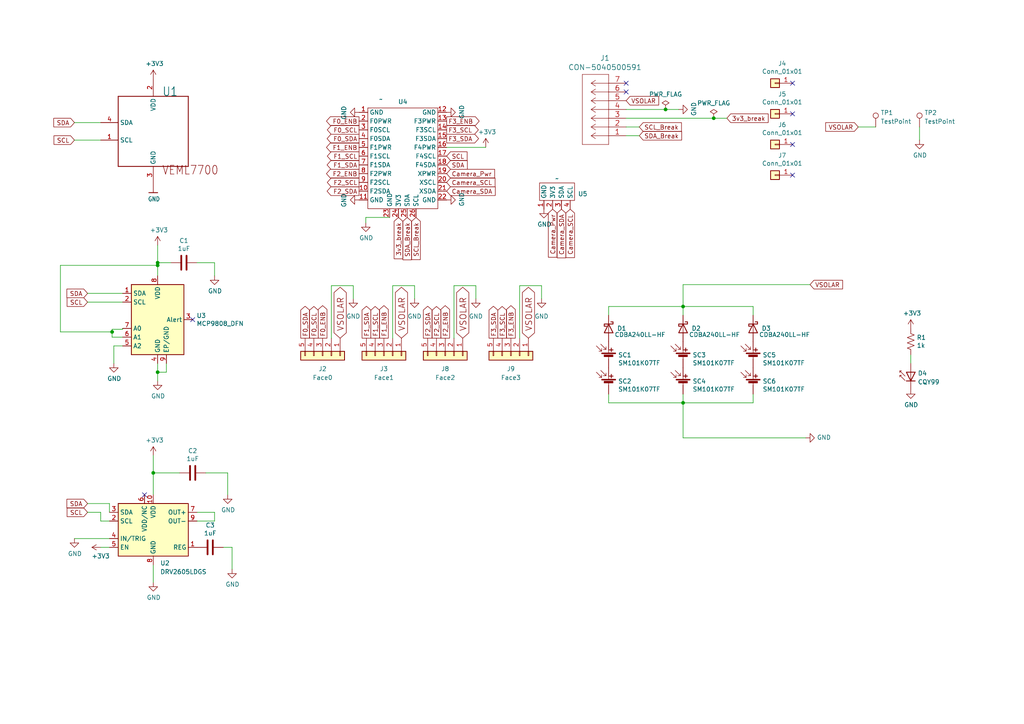
<source format=kicad_sch>
(kicad_sch (version 20230121) (generator eeschema)
  (paper "A4")
  (title_block (title "Solar Panel Board -Z") (date "2023-03-20") (rev "V3") (company "CPP BroncoSpace"))
  (lib_symbols
    (symbol "Adafruit VEML7700-eagle-import:GND" (power)
      (property "Value" "GND" (at -1.524 -2.54 0))
      (symbol "GND_1_0"
        (polyline (pts (xy -1.27 0) (xy 1.27 0)) (stroke (width 0.254)))
        (pin power_in line (at 0 2.54 270) (length 2.54) (name "GND") (number "1"))
      )
    )
    (symbol "Adafruit VEML7700-eagle-import:VEML7700"
      (property "Reference" "IC" (at 2.54 10.16 0))
      (symbol "VEML7700_1_0"
        (polyline (pts (xy -10.16 -10.16) (xy -10.16 10.16)) (stroke (width 0.254)))
        (polyline (pts (xy -10.16 10.16) (xy 10.16 10.16)) (stroke (width 0.254)))
        (polyline (pts (xy 10.16 -10.16) (xy -10.16 -10.16)) (stroke (width 0.254)))
        (polyline (pts (xy 10.16 10.16) (xy 10.16 -10.16)) (stroke (width 0.254)))
        (text "VEML7700" (at 2.54 -12.7 0) (effects (font (size 2.54 2.159)) (justify left bottom)))
        (pin bidirectional line (at -15.24 -2.54 0) (length 5.08) (name "SCL") (number "1"))
        (pin power_in line (at 0 15.24 270) (length 5.08) (name "VDD") (number "2"))
        (pin power_in line (at 0 -15.24 90) (length 5.08) (name "GND") (number "3"))
        (pin bidirectional line (at -15.24 2.54 0) (length 5.08) (name "SDA") (number "4"))
      )
    )
    (symbol "Connector:TestPoint" (pin_numbers hide) (pin_names (offset 0.762) hide)
      (property "Reference" "TP" (at 0 6.858 0))
      (property "Value" "TestPoint" (at 0 5.08 0))
      (symbol "TestPoint_0_1"
        (circle (center 0 3.302) (radius 0.762))
      )
      (symbol "TestPoint_1_1"
        (pin passive line (at 0 0 90) (length 2.54) (name "1") (number "1"))
      )
    )
    (symbol "Connector_Generic:Conn_01x01" (pin_names (offset 1.016) hide)
      (property "Reference" "J" (at 0 2.54 0))
      (property "Value" "Conn_01x01" (at 0 -2.54 0))
      (symbol "Conn_01x01_1_1"
        (rectangle (start -1.27 0.127) (end 0 -0.127) (stroke (width 0.1524)))
        (rectangle (start -1.27 1.27) (end 1.27 -1.27) (stroke (width 0.254)) (fill (type background)))
        (pin passive line (at -5.08 0 0) (length 3.81) (name "Pin_1") (number "1"))
      )
    )
    (symbol "Device:C" (pin_numbers hide) (pin_names (offset 0.254))
      (property "Reference" "C" (at 0.635 2.54 0))
      (property "Value" "C" (at 0.635 -2.54 0))
      (symbol "C_0_1"
        (polyline (pts (xy -2.032 -0.762) (xy 2.032 -0.762)) (stroke (width 0.508)))
        (polyline (pts (xy -2.032 0.762) (xy 2.032 0.762)) (stroke (width 0.508)))
      )
      (symbol "C_1_1"
        (pin passive line (at 0 3.81 270) (length 2.794) (name "~") (number "1"))
        (pin passive line (at 0 -3.81 90) (length 2.794) (name "~") (number "2"))
      )
    )
    (symbol "Device:D_Schottky" (pin_numbers hide) (pin_names (offset 1.016) hide)
      (property "Reference" "D" (at 0 2.54 0))
      (property "Value" "D_Schottky" (at 0 -2.54 0))
      (symbol "D_Schottky_0_1"
        (polyline (pts (xy 1.27 0) (xy -1.27 0)))
        (polyline (pts (xy 1.27 1.27) (xy 1.27 -1.27) (xy -1.27 0) (xy 1.27 1.27)) (stroke (width 0.254)))
        (polyline (pts (xy -1.905 0.635) (xy -1.905 1.27) (xy -1.27 1.27) (xy -1.27 -1.27) (xy -0.635 -1.27) (xy -0.635 -0.635)) (stroke (width 0.254)))
      )
      (symbol "D_Schottky_1_1"
        (pin passive line (at -3.81 0 0) (length 2.54) (name "K") (number "1"))
        (pin passive line (at 3.81 0 180) (length 2.54) (name "A") (number "2"))
      )
    )
    (symbol "Device:R_US" (pin_numbers hide) (pin_names (offset 0))
      (property "Reference" "R" (at 2.54 0 90))
      (property "Value" "R_US" (at -2.54 0 90))
      (symbol "R_US_0_1"
        (polyline (pts (xy 0 -2.286) (xy 0 -2.54)))
        (polyline (pts (xy 0 2.286) (xy 0 2.54)))
        (polyline (pts (xy 0 -0.762) (xy 1.016 -1.143) (xy 0 -1.524) (xy -1.016 -1.905) (xy 0 -2.286)))
        (polyline (pts (xy 0 0.762) (xy 1.016 0.381) (xy 0 0) (xy -1.016 -0.381) (xy 0 -0.762)))
        (polyline (pts (xy 0 2.286) (xy 1.016 1.905) (xy 0 1.524) (xy -1.016 1.143) (xy 0 0.762)))
      )
      (symbol "R_US_1_1"
        (pin passive line (at 0 3.81 270) (length 1.27) (name "~") (number "1"))
        (pin passive line (at 0 -3.81 90) (length 1.27) (name "~") (number "2"))
      )
    )
    (symbol "Device:Solar_Cell" (pin_numbers hide) (pin_names (offset 0) hide)
      (property "Reference" "SC" (at 2.54 2.54 0))
      (property "Value" "Solar_Cell" (at 2.54 0 0))
      (symbol "Solar_Cell_0_1"
        (rectangle (start -2.032 1.778) (end 2.032 1.524) (fill (type outline)))
        (rectangle (start -1.3208 1.1938) (end 1.27 0.6858) (fill (type outline)))
        (polyline (pts (xy -2.032 2.286) (xy -3.556 3.81)))
        (polyline (pts (xy -0.762 2.794) (xy -2.286 4.318)))
        (polyline (pts (xy 0 0.762) (xy 0 0)))
        (polyline (pts (xy 0 1.778) (xy 0 2.54)))
        (polyline (pts (xy 0.254 2.667) (xy 1.27 2.667)) (stroke (width 0.254)))
        (polyline (pts (xy 0.762 3.175) (xy 0.762 2.159)) (stroke (width 0.254)))
        (polyline (pts (xy -2.032 3.048) (xy -2.032 2.286) (xy -2.794 2.286)))
        (polyline (pts (xy -0.762 3.556) (xy -0.762 2.794) (xy -1.524 2.794)))
      )
      (symbol "Solar_Cell_1_1"
        (pin passive line (at 0 5.08 270) (length 2.54) (name "+") (number "1"))
        (pin passive line (at 0 -2.54 90) (length 2.54) (name "-") (number "2"))
      )
    )
    (symbol "Driver_Haptic:DRV2605LDGS"
      (property "Reference" "U" (at -10.16 8.255 0))
      (property "Value" "DRV2605LDGS" (at 2.54 -8.89 0))
      (symbol "DRV2605LDGS_0_1"
        (rectangle (start -10.16 7.62) (end 10.16 -7.62) (stroke (width 0.254)) (fill (type background)))
      )
      (symbol "DRV2605LDGS_1_1"
        (pin passive line (at 12.7 -5.08 180) (length 2.54) (name "REG") (number "1"))
        (pin power_in line (at 0 10.16 270) (length 2.54) (name "VDD") (number "10"))
        (pin input line (at -12.7 2.54 0) (length 2.54) (name "SCL") (number "2"))
        (pin bidirectional line (at -12.7 5.08 0) (length 2.54) (name "SDA") (number "3"))
        (pin input line (at -12.7 -2.54 0) (length 2.54) (name "IN/TRIG") (number "4"))
        (pin input line (at -12.7 -5.08 0) (length 2.54) (name "EN") (number "5"))
        (pin power_in line (at -2.54 10.16 270) (length 2.54) (name "VDD/NC") (number "6"))
        (pin output line (at 12.7 5.08 180) (length 2.54) (name "OUT+") (number "7"))
        (pin power_in line (at 0 -10.16 90) (length 2.54) (name "GND") (number "8"))
        (pin output line (at 12.7 2.54 180) (length 2.54) (name "OUT-") (number "9"))
      )
    )
    (symbol "LED:CQY99" (pin_numbers hide) (pin_names (offset 1.016) hide)
      (property "Reference" "D" (at 0.508 1.778 0))
      (property "Value" "CQY99" (at -1.016 -2.794 0))
      (symbol "CQY99_0_1"
        (polyline (pts (xy -2.54 1.27) (xy -2.54 -1.27)) (stroke (width 0.254)))
        (polyline (pts (xy 0 0) (xy -2.54 0)))
        (polyline (pts (xy 0.381 3.175) (xy -0.127 3.175)))
        (polyline (pts (xy -1.143 1.651) (xy 0.381 3.175) (xy 0.381 2.667)))
        (polyline (pts (xy 0 -1.27) (xy -2.54 0) (xy 0 1.27) (xy 0 -1.27)) (stroke (width 0.254)))
        (polyline (pts (xy -2.413 1.651) (xy -0.889 3.175) (xy -0.889 2.667) (xy -0.889 3.175) (xy -1.397 3.175)))
      )
      (symbol "CQY99_1_1"
        (pin passive line (at -5.08 0 0) (length 2.54) (name "K") (number "1"))
        (pin passive line (at 2.54 0 180) (length 2.54) (name "A") (number "2"))
      )
    )
    (symbol "Max_Lib:Connector_Generic_Conn_01x05" (pin_names (offset 1.016) hide)
      (property "Reference" "J" (at 0 7.62 0))
      (property "Value" "Connector_Generic_Conn_01x05" (at 0 -7.62 0))
      (symbol "Connector_Generic_Conn_01x05_1_1"
        (rectangle (start -1.27 -4.953) (end 0 -5.207) (stroke (width 0.1524)))
        (rectangle (start -1.27 -2.413) (end 0 -2.667) (stroke (width 0.1524)))
        (rectangle (start -1.27 0.127) (end 0 -0.127) (stroke (width 0.1524)))
        (rectangle (start -1.27 2.667) (end 0 2.413) (stroke (width 0.1524)))
        (rectangle (start -1.27 5.207) (end 0 4.953) (stroke (width 0.1524)))
        (rectangle (start -1.27 6.35) (end 1.27 -6.35) (stroke (width 0.254)) (fill (type background)))
        (pin passive line (at -5.08 5.08 0) (length 3.81) (name "Pin_1") (number "1"))
        (pin passive line (at -5.08 2.54 0) (length 3.81) (name "Pin_2") (number "2"))
        (pin passive line (at -5.08 0 0) (length 3.81) (name "Pin_3") (number "3"))
        (pin passive line (at -5.08 -2.54 0) (length 3.81) (name "Pin_4") (number "4"))
        (pin passive line (at -5.08 -5.08 0) (length 3.81) (name "Pin_5") (number "5"))
      )
    )
    (symbol "Sensor_Temperature:MCP9808_DFN"
      (property "Reference" "U" (at -6.35 11.43 0))
      (property "Value" "MCP9808_DFN" (at 10.16 11.43 0))
      (symbol "MCP9808_DFN_0_1"
        (rectangle (start -7.62 10.16) (end 7.62 -10.16) (stroke (width 0.254)) (fill (type background)))
      )
      (symbol "MCP9808_DFN_1_1"
        (pin bidirectional line (at -10.16 7.62 0) (length 2.54) (name "SDA") (number "1"))
        (pin input line (at -10.16 5.08 0) (length 2.54) (name "SCL") (number "2"))
        (pin output line (at 10.16 0 180) (length 2.54) (name "Alert") (number "3"))
        (pin power_in line (at 0 -12.7 90) (length 2.54) (name "GND") (number "4"))
        (pin input line (at -10.16 -7.62 0) (length 2.54) (name "A2") (number "5"))
        (pin input line (at -10.16 -5.08 0) (length 2.54) (name "A1") (number "6"))
        (pin input line (at -10.16 -2.54 0) (length 2.54) (name "A0") (number "7"))
        (pin power_in line (at 0 12.7 270) (length 2.54) (name "VDD") (number "8"))
        (pin power_in line (at 2.54 -12.7 90) (length 2.54) (name "EP/GND") (number "9"))
      )
    )
    (symbol "camera_daughter:camera_daughter"
      (property "Reference" "U" (at 0 0 0))
      (symbol "camera_daughter_0_1"
        (rectangle (start -5.08 -1.27) (end 5.08 -6.35))
      )
      (symbol "camera_daughter_1_1"
        (pin input line (at -3.81 -8.89 90) (length 2.54) (name "GND") (number "1"))
        (pin input line (at -1.27 -8.89 90) (length 2.54) (name "3V3") (number "2"))
        (pin input line (at 1.27 -8.89 90) (length 2.54) (name "SDA") (number "3"))
        (pin input line (at 3.81 -8.89 90) (length 2.54) (name "SCL") (number "4"))
      )
    )
    (symbol "mux_driver:mux_driver_v1"
      (property "Reference" "U" (at 0 15.24 0))
      (symbol "mux_driver_v1_0_0"
        (text "" (at -6.35 -11.43 0) (effects (font (size 1.27 1.27))))
        (text "" (at 6.35 -11.43 0) (effects (font (size 1.27 1.27))))
      )
      (symbol "mux_driver_v1_1_1"
        (rectangle (start -10.16 13.97) (end 10.16 -15.24))
        (pin input line (at -12.7 12.7 0) (length 2.54) (name "GND") (number "1"))
        (pin input line (at -12.7 -10.16 0) (length 2.54) (name "F2SDA") (number "10"))
        (pin input line (at -12.7 -12.7 0) (length 2.54) (name "GND") (number "11"))
        (pin input line (at 12.7 12.7 180) (length 2.54) (name "GND") (number "12"))
        (pin input line (at 12.7 10.16 180) (length 2.54) (name "F3PWR") (number "13"))
        (pin input line (at 12.7 7.62 180) (length 2.54) (name "F3SCL") (number "14"))
        (pin input line (at 12.7 5.08 180) (length 2.54) (name "F3SDA") (number "15"))
        (pin input line (at 12.7 2.54 180) (length 2.54) (name "F4PWR") (number "16"))
        (pin input line (at 12.7 0 180) (length 2.54) (name "F4SCL") (number "17"))
        (pin input line (at 12.7 -2.54 180) (length 2.54) (name "F4SDA") (number "18"))
        (pin input line (at 12.7 -5.08 180) (length 2.54) (name "XPWR") (number "19"))
        (pin input line (at -12.7 10.16 0) (length 2.54) (name "F0PWR") (number "2"))
        (pin input line (at 12.7 -7.62 180) (length 2.54) (name "XSCL") (number "20"))
        (pin input line (at 12.7 -10.16 180) (length 2.54) (name "XSDA") (number "21"))
        (pin input line (at 12.7 -12.7 180) (length 2.54) (name "GND") (number "22"))
        (pin input line (at -3.81 -17.78 90) (length 2.54) (name "GND") (number "23"))
        (pin input line (at -1.27 -17.78 90) (length 2.54) (name "3V3") (number "24"))
        (pin input line (at 1.27 -17.78 90) (length 2.54) (name "SDA") (number "25"))
        (pin input line (at 3.81 -17.78 90) (length 2.54) (name "SCL") (number "26"))
        (pin input line (at -12.7 7.62 0) (length 2.54) (name "F0SCL") (number "3"))
        (pin input line (at -12.7 5.08 0) (length 2.54) (name "F0SDA") (number "4"))
        (pin input line (at -12.7 2.54 0) (length 2.54) (name "F1PWR") (number "5"))
        (pin input line (at -12.7 0 0) (length 2.54) (name "F1SCL") (number "6"))
        (pin input line (at -12.7 -2.54 0) (length 2.54) (name "F1SDA") (number "7"))
        (pin input line (at -12.7 -5.08 0) (length 2.54) (name "F2PWR") (number "8"))
        (pin input line (at -12.7 -7.62 0) (length 2.54) (name "F2SCL") (number "9"))
      )
    )
    (symbol "power:GND" (power) (pin_names (offset 0))
      (property "Value" "GND" (at 0 -3.81 0))
      (symbol "GND_0_1"
        (polyline (pts (xy 0 0) (xy 0 -1.27) (xy 1.27 -1.27) (xy 0 -2.54) (xy -1.27 -1.27) (xy 0 -1.27)))
      )
      (symbol "GND_1_1"
        (pin power_in line (at 0 0 270) (length 0) hide (name "GND") (number "1"))
      )
    )
    (symbol "power:PWR_FLAG" (power) (pin_numbers hide) (pin_names (offset 0) hide)
      (property "Value" "PWR_FLAG" (at 0 3.81 0))
      (symbol "PWR_FLAG_0_0"
        (pin power_out line (at 0 0 90) (length 0) (name "pwr") (number "1"))
      )
      (symbol "PWR_FLAG_0_1"
        (polyline (pts (xy 0 0) (xy 0 1.27) (xy -1.016 1.905) (xy 0 2.54) (xy 1.016 1.905) (xy 0 1.27)))
      )
    )
    (symbol "solar-panel-side-Z-rescue:+3.3V-power" (power) (pin_names (offset 0))
      (property "Value" "+3.3V-power" (at 0 3.556 0))
      (symbol "+3.3V-power_0_1"
        (polyline (pts (xy -0.762 1.27) (xy 0 2.54)))
        (polyline (pts (xy 0 0) (xy 0 2.54)))
        (polyline (pts (xy 0 2.54) (xy 0.762 1.27)))
      )
      (symbol "+3.3V-power_1_1"
        (pin power_in line (at 0 0 90) (length 0) hide (name "+3V3") (number "1"))
      )
    )
    (symbol "solar-panel-side-Z-rescue:CON-5040500591-ExtraComponents" (pin_names (offset 0.254) hide)
      (property "Reference" "J" (at 8.89 6.35 0))
      (property "Value" "CON-5040500591-ExtraComponents" (at 10.16 -7.62 0))
      (symbol "CON-5040500591-ExtraComponents_1_1"
        (polyline (pts (xy 5.08 -17.78) (xy 12.7 -17.78)) (stroke (width 0.127)))
        (polyline (pts (xy 5.08 2.54) (xy 5.08 -17.78)) (stroke (width 0.127)))
        (polyline (pts (xy 10.16 -15.24) (xy 5.08 -15.24)) (stroke (width 0.127)))
        (polyline (pts (xy 10.16 -15.24) (xy 8.89 -16.0782)) (stroke (width 0.127)))
        (polyline (pts (xy 10.16 -15.24) (xy 8.89 -14.4018)) (stroke (width 0.127)))
        (polyline (pts (xy 10.16 -12.7) (xy 5.08 -12.7)) (stroke (width 0.127)))
        (polyline (pts (xy 10.16 -12.7) (xy 8.89 -13.5382)) (stroke (width 0.127)))
        (polyline (pts (xy 10.16 -12.7) (xy 8.89 -11.8618)) (stroke (width 0.127)))
        (polyline (pts (xy 10.16 -10.16) (xy 5.08 -10.16)) (stroke (width 0.127)))
        (polyline (pts (xy 10.16 -10.16) (xy 8.89 -10.9982)) (stroke (width 0.127)))
        (polyline (pts (xy 10.16 -10.16) (xy 8.89 -9.3218)) (stroke (width 0.127)))
        (polyline (pts (xy 10.16 -7.62) (xy 5.08 -7.62)) (stroke (width 0.127)))
        (polyline (pts (xy 10.16 -7.62) (xy 8.89 -8.4582)) (stroke (width 0.127)))
        (polyline (pts (xy 10.16 -7.62) (xy 8.89 -6.7818)) (stroke (width 0.127)))
        (polyline (pts (xy 10.16 -5.08) (xy 5.08 -5.08)) (stroke (width 0.127)))
        (polyline (pts (xy 10.16 -5.08) (xy 8.89 -5.9182)) (stroke (width 0.127)))
        (polyline (pts (xy 10.16 -5.08) (xy 8.89 -4.2418)) (stroke (width 0.127)))
        (polyline (pts (xy 10.16 -2.54) (xy 5.08 -2.54)) (stroke (width 0.127)))
        (polyline (pts (xy 10.16 -2.54) (xy 8.89 -3.3782)) (stroke (width 0.127)))
        (polyline (pts (xy 10.16 -2.54) (xy 8.89 -1.7018)) (stroke (width 0.127)))
        (polyline (pts (xy 10.16 0) (xy 5.08 0)) (stroke (width 0.127)))
        (polyline (pts (xy 10.16 0) (xy 8.89 -0.8382)) (stroke (width 0.127)))
        (polyline (pts (xy 10.16 0) (xy 8.89 0.8382)) (stroke (width 0.127)))
        (polyline (pts (xy 12.7 -17.78) (xy 12.7 2.54)) (stroke (width 0.127)))
        (polyline (pts (xy 12.7 2.54) (xy 5.08 2.54)) (stroke (width 0.127)))
        (pin unspecified line (at 0 0 0) (length 5.08) (name "1") (number "1"))
        (pin unspecified line (at 0 -2.54 0) (length 5.08) (name "2") (number "2"))
        (pin unspecified line (at 0 -5.08 0) (length 5.08) (name "3") (number "3"))
        (pin unspecified line (at 0 -7.62 0) (length 5.08) (name "4") (number "4"))
        (pin unspecified line (at 0 -10.16 0) (length 5.08) (name "5") (number "5"))
        (pin unspecified line (at 0 -12.7 0) (length 5.08) (name "6") (number "6"))
        (pin unspecified line (at 0 -15.24 0) (length 5.08) (name "7") (number "7"))
      )
    )
  )
  (junction (at 45.72 107.95))
  (junction (at 32.512 96.266))
  (junction (at 44.45 137.16))
  (junction (at 198.12 88.9))
  (junction (at 198.12 116.84))
  (junction (at 193.04 31.75))
  (junction (at 45.72 76.2))
  (junction (at 207.01 34.29))
  (junction (at 45.72 76.962))
  (no_connect (at 181.61 24.13))
  (no_connect (at 229.87 41.91))
  (no_connect (at 229.87 33.02))
  (no_connect (at 41.91 143.51))
  (no_connect (at 55.88 92.71))
  (no_connect (at 181.61 26.67))
  (no_connect (at 229.87 24.13))
  (no_connect (at 229.87 50.8))
  (wire (pts (xy 25.4 87.63) (xy 35.56 87.63)))
  (wire (pts (xy 157.0736 82.8548) (xy 150.7236 82.8548)))
  (wire (pts (xy 198.12 82.55) (xy 234.95 82.55)))
  (wire (pts (xy 48.26 107.95) (xy 45.72 107.95)))
  (wire (pts (xy 32.512 95.504) (xy 35.56 95.504)))
  (wire (pts (xy 106.0958 63.0682) (xy 113.03 63.0682)))
  (wire (pts (xy 181.61 34.29) (xy 207.01 34.29)))
  (wire (pts (xy 181.61 36.83) (xy 185.42 36.83)))
  (wire (pts (xy 29.21 148.59) (xy 29.21 151.13)))
  (wire (pts (xy 44.45 137.16) (xy 44.45 143.51)))
  (wire (pts (xy 140.8938 42.672) (xy 140.8684 42.672)))
  (wire (pts (xy 31.75 146.05) (xy 31.75 148.59)))
  (wire (pts (xy 62.23 76.2) (xy 62.23 80.01)))
  (wire (pts (xy 198.12 116.84) (xy 218.44 116.84)))
  (wire (pts (xy 120.2436 86.6648) (xy 120.2436 82.8548)))
  (wire (pts (xy 140.8684 42.7482) (xy 129.54 42.7482)))
  (wire (pts (xy 45.72 76.2) (xy 45.72 76.962)))
  (wire (pts (xy 17.526 76.962) (xy 17.526 96.266)))
  (wire (pts (xy 254 36.83) (xy 248.92 36.83)))
  (wire (pts (xy 48.26 105.41) (xy 48.26 107.95)))
  (wire (pts (xy 44.45 163.83) (xy 44.45 168.91)))
  (wire (pts (xy 45.72 76.962) (xy 17.526 76.962)))
  (wire (pts (xy 29.21 35.56) (xy 21.59 35.56)))
  (wire (pts (xy 198.12 91.44) (xy 198.12 88.9)))
  (wire (pts (xy 32.512 96.266) (xy 32.512 95.504)))
  (wire (pts (xy 57.15 151.13) (xy 62.23 151.13)))
  (wire (pts (xy 198.12 88.9) (xy 218.44 88.9)))
  (wire (pts (xy 25.4 85.09) (xy 35.56 85.09)))
  (wire (pts (xy 57.15 148.59) (xy 62.23 148.59)))
  (wire (pts (xy 35.56 97.79) (xy 32.512 97.79)))
  (wire (pts (xy 140.8684 42.672) (xy 140.8684 42.7482)))
  (wire (pts (xy 102.4636 86.6648) (xy 102.4636 82.8548)))
  (wire (pts (xy 25.4 148.59) (xy 29.21 148.59)))
  (wire (pts (xy 45.72 76.2) (xy 49.53 76.2)))
  (wire (pts (xy 45.72 107.95) (xy 45.72 110.49)))
  (wire (pts (xy 21.59 40.64) (xy 29.21 40.64)))
  (wire (pts (xy 181.61 31.75) (xy 193.04 31.75)))
  (wire (pts (xy 193.04 31.75) (xy 196.85 31.75)))
  (wire (pts (xy 198.12 127) (xy 233.68 127)))
  (wire (pts (xy 176.53 88.9) (xy 198.12 88.9)))
  (wire (pts (xy 131.6736 98.0948) (xy 131.6736 82.8548)))
  (wire (pts (xy 113.8936 82.8548) (xy 113.8936 98.0948)))
  (wire (pts (xy 29.21 158.75) (xy 31.75 158.75)))
  (wire (pts (xy 45.72 76.962) (xy 45.72 80.01)))
  (wire (pts (xy 25.4 146.05) (xy 31.75 146.05)))
  (wire (pts (xy 198.12 127) (xy 198.12 116.84)))
  (wire (pts (xy 131.6736 82.8548) (xy 138.0236 82.8548)))
  (wire (pts (xy 44.45 137.16) (xy 52.07 137.16)))
  (wire (pts (xy 176.53 116.84) (xy 198.12 116.84)))
  (wire (pts (xy 45.72 71.12) (xy 45.72 76.2)))
  (wire (pts (xy 198.12 116.84) (xy 198.12 114.3)))
  (wire (pts (xy 59.69 137.16) (xy 66.04 137.16)))
  (wire (pts (xy 181.61 39.37) (xy 185.42 39.37)))
  (wire (pts (xy 150.7236 82.8548) (xy 150.7236 98.0948)))
  (wire (pts (xy 120.2436 82.8548) (xy 113.8936 82.8548)))
  (wire (pts (xy 66.04 137.16) (xy 66.04 143.51)))
  (wire (pts (xy 29.21 151.13) (xy 31.75 151.13)))
  (wire (pts (xy 17.526 96.266) (xy 32.512 96.266)))
  (wire (pts (xy 64.77 158.75) (xy 67.31 158.75)))
  (wire (pts (xy 207.01 34.29) (xy 210.82 34.29)))
  (wire (pts (xy 176.53 88.9) (xy 176.53 91.44)))
  (wire (pts (xy 198.12 88.9) (xy 198.12 82.55)))
  (wire (pts (xy 218.44 116.84) (xy 218.44 114.3)))
  (wire (pts (xy 96.1136 82.8548) (xy 96.1136 98.0948)))
  (wire (pts (xy 62.23 151.13) (xy 62.23 148.59)))
  (wire (pts (xy 264.16 105.41) (xy 264.16 102.87)))
  (wire (pts (xy 44.45 132.08) (xy 44.45 137.16)))
  (wire (pts (xy 218.44 91.44) (xy 218.44 88.9)))
  (wire (pts (xy 138.0236 82.8548) (xy 138.0236 86.6648)))
  (wire (pts (xy 35.56 95.504) (xy 35.56 95.25)))
  (wire (pts (xy 21.59 156.21) (xy 31.75 156.21)))
  (wire (pts (xy 106.0958 64.6176) (xy 106.0958 63.0682)))
  (wire (pts (xy 32.512 97.79) (xy 32.512 96.266)))
  (wire (pts (xy 67.31 158.75) (xy 67.31 165.1)))
  (wire (pts (xy 33.02 100.33) (xy 33.02 105.41)))
  (wire (pts (xy 45.72 105.41) (xy 45.72 107.95)))
  (wire (pts (xy 102.4636 82.8548) (xy 96.1136 82.8548)))
  (wire (pts (xy 35.56 100.33) (xy 33.02 100.33)))
  (wire (pts (xy 157.0736 86.6648) (xy 157.0736 82.8548)))
  (wire (pts (xy 57.15 76.2) (xy 62.23 76.2)))
  (wire (pts (xy 266.7 36.83) (xy 266.7 40.64)))
  (wire (pts (xy 176.53 116.84) (xy 176.53 114.3)))
  (global_label "SDA" (shape input) (at 21.59 35.56 180) (property "Intersheetrefs" "${INTERSHEET_REFS}" (effects hide)))
  (global_label "F3_SDA" (shape output) (at 129.54 40.2082 0) (property "Intersheetrefs" "${INTERSHEET_REFS}" (effects hide)))
  (global_label "SCL" (shape input) (at 25.4 87.63 180) (property "Intersheetrefs" "${INTERSHEET_REFS}" (effects hide)))
  (global_label "F0_ENB" (shape output) (at 93.5736 98.0948 90) (property "Intersheetrefs" "${INTERSHEET_REFS}" (effects hide)))
  (global_label "F3_SCL" (shape output) (at 145.6436 98.0948 90) (property "Intersheetrefs" "${INTERSHEET_REFS}" (effects hide)))
  (global_label "3v3_break" (shape input) (at 210.82 34.29 0) (property "Intersheetrefs" "${INTERSHEET_REFS}" (effects hide)))
  (global_label "SCL_Break" (shape input) (at 120.65 63.0682 270) (property "Intersheetrefs" "${INTERSHEET_REFS}" (effects hide)))
  (global_label "F1_SCL" (shape output) (at 104.14 45.2882 180) (property "Intersheetrefs" "${INTERSHEET_REFS}" (effects hide)))
  (global_label "SDA" (shape input) (at 129.54 47.8282 0) (property "Intersheetrefs" "${INTERSHEET_REFS}" (effects hide)))
  (global_label "F0_SDA" (shape output) (at 88.4936 98.0948 90) (property "Intersheetrefs" "${INTERSHEET_REFS}" (effects hide)))
  (global_label "VSOLAR" (shape bidirectional) (at 153.2636 98.0948 90) (effects (font (size 1.778 1.778))) (property "Intersheetrefs" "${INTERSHEET_REFS}" (effects hide)))
  (global_label "Camera_SDA" (shape input) (at 129.54 55.4482 0) (property "Intersheetrefs" "${INTERSHEET_REFS}" (effects hide)))
  (global_label "F2_ENB" (shape output) (at 129.1336 98.0948 90) (property "Intersheetrefs" "${INTERSHEET_REFS}" (effects hide)))
  (global_label "VSOLAR" (shape bidirectional) (at 134.2136 98.0948 90) (effects (font (size 1.778 1.778))) (property "Intersheetrefs" "${INTERSHEET_REFS}" (effects hide)))
  (global_label "SDA_Break" (shape input) (at 118.11 63.0682 270) (property "Intersheetrefs" "${INTERSHEET_REFS}" (effects hide)))
  (global_label "F1_SDA" (shape output) (at 106.2736 98.0948 90) (property "Intersheetrefs" "${INTERSHEET_REFS}" (effects hide)))
  (global_label "SDA_Break" (shape input) (at 185.42 39.37 0) (property "Intersheetrefs" "${INTERSHEET_REFS}" (effects hide)))
  (global_label "VSOLAR" (shape input) (at 234.95 82.55 0) (property "Intersheetrefs" "${INTERSHEET_REFS}" (effects hide)))
  (global_label "F2_SDA" (shape output) (at 124.0536 98.0948 90) (property "Intersheetrefs" "${INTERSHEET_REFS}" (effects hide)))
  (global_label "F2_ENB" (shape output) (at 104.14 50.3682 180) (property "Intersheetrefs" "${INTERSHEET_REFS}" (effects hide)))
  (global_label "F3_ENB" (shape output) (at 129.54 35.1282 0) (property "Intersheetrefs" "${INTERSHEET_REFS}" (effects hide)))
  (global_label "Camera_SDA" (shape input) (at 162.8394 60.6806 270) (property "Intersheetrefs" "${INTERSHEET_REFS}" (effects hide)))
  (global_label "F0_SCL" (shape output) (at 91.0336 98.0948 90) (property "Intersheetrefs" "${INTERSHEET_REFS}" (effects hide)))
  (global_label "SCL" (shape input) (at 25.4 148.59 180) (property "Intersheetrefs" "${INTERSHEET_REFS}" (effects hide)))
  (global_label "F0_SDA" (shape output) (at 104.14 40.2082 180) (property "Intersheetrefs" "${INTERSHEET_REFS}" (effects hide)))
  (global_label "F1_ENB" (shape output) (at 111.3536 98.0948 90) (property "Intersheetrefs" "${INTERSHEET_REFS}" (effects hide)))
  (global_label "F2_SCL" (shape output) (at 104.14 52.9082 180) (property "Intersheetrefs" "${INTERSHEET_REFS}" (effects hide)))
  (global_label "SCL" (shape input) (at 21.59 40.64 180) (property "Intersheetrefs" "${INTERSHEET_REFS}" (effects hide)))
  (global_label "Camera_SCL" (shape input) (at 129.54 52.9082 0) (property "Intersheetrefs" "${INTERSHEET_REFS}" (effects hide)))
  (global_label "F1_ENB" (shape output) (at 104.14 42.7482 180) (property "Intersheetrefs" "${INTERSHEET_REFS}" (effects hide)))
  (global_label "F3_SDA" (shape output) (at 143.1036 98.0948 90) (property "Intersheetrefs" "${INTERSHEET_REFS}" (effects hide)))
  (global_label "F2_SCL" (shape output) (at 126.5936 98.0948 90) (property "Intersheetrefs" "${INTERSHEET_REFS}" (effects hide)))
  (global_label "F3_ENB" (shape output) (at 148.1836 98.0948 90) (property "Intersheetrefs" "${INTERSHEET_REFS}" (effects hide)))
  (global_label "3v3_break" (shape input) (at 115.57 63.0682 270) (property "Intersheetrefs" "${INTERSHEET_REFS}" (effects hide)))
  (global_label "Camera_Pwr" (shape input) (at 129.54 50.3682 0) (property "Intersheetrefs" "${INTERSHEET_REFS}" (effects hide)))
  (global_label "SDA" (shape input) (at 25.4 146.05 180) (property "Intersheetrefs" "${INTERSHEET_REFS}" (effects hide)))
  (global_label "F2_SDA" (shape output) (at 104.14 55.4482 180) (property "Intersheetrefs" "${INTERSHEET_REFS}" (effects hide)))
  (global_label "F3_SCL" (shape output) (at 129.54 37.6682 0) (property "Intersheetrefs" "${INTERSHEET_REFS}" (effects hide)))
  (global_label "SCL" (shape input) (at 129.54 45.2882 0) (property "Intersheetrefs" "${INTERSHEET_REFS}" (effects hide)))
  (global_label "VSOLAR" (shape input) (at 248.92 36.83 180) (property "Intersheetrefs" "${INTERSHEET_REFS}" (effects hide)))
  (global_label "VSOLAR" (shape bidirectional) (at 116.4336 98.0948 90) (effects (font (size 1.778 1.778))) (property "Intersheetrefs" "${INTERSHEET_REFS}" (effects hide)))
  (global_label "Camera_Pwr" (shape input) (at 160.2994 60.6806 270) (property "Intersheetrefs" "${INTERSHEET_REFS}" (effects hide)))
  (global_label "SDA" (shape input) (at 25.4 85.09 180) (property "Intersheetrefs" "${INTERSHEET_REFS}" (effects hide)))
  (global_label "F1_SDA" (shape output) (at 104.14 47.8282 180) (property "Intersheetrefs" "${INTERSHEET_REFS}" (effects hide)))
  (global_label "VSOLAR" (shape bidirectional) (at 98.6536 98.0948 90) (effects (font (size 1.778 1.778))) (property "Intersheetrefs" "${INTERSHEET_REFS}" (effects hide)))
  (global_label "F0_SCL" (shape output) (at 104.14 37.6682 180) (property "Intersheetrefs" "${INTERSHEET_REFS}" (effects hide)))
  (global_label "Camera_SCL" (shape input) (at 165.3794 60.6806 270) (property "Intersheetrefs" "${INTERSHEET_REFS}" (effects hide)))
  (global_label "F0_ENB" (shape output) (at 104.14 35.1282 180) (property "Intersheetrefs" "${INTERSHEET_REFS}" (effects hide)))
  (global_label "F1_SCL" (shape output) (at 108.8136 98.0948 90) (property "Intersheetrefs" "${INTERSHEET_REFS}" (effects hide)))
  (global_label "SCL_Break" (shape input) (at 185.42 36.83 0) (property "Intersheetrefs" "${INTERSHEET_REFS}" (effects hide)))
  (global_label "VSOLAR" (shape input) (at 181.61 29.21 0) (property "Intersheetrefs" "${INTERSHEET_REFS}" (effects hide)))
  (symbol (lib_id "Device:D_Schottky") (at 176.53 95.25 270) (unit 1)
    (property "Reference" "D1" (at 180.34 95.25 90))
    (property "Value" "CDBA240LL-HF" (at 193.04 97.79 90) (effects (justify right bottom)))
    (property "Footprint" "SolarPanelBoards:DO-214AC" (effects hide))
  )
  (symbol (lib_id "Device:Solar_Cell") (at 176.53 111.76 0) (unit 1)
    (property "Reference" "SC2" (at 179.2732 110.5916 0) (effects (justify left)))
    (property "Value" "SM101K07TF" (at 179.2732 112.903 0) (effects (justify left)))
    (property "Footprint" "SolarPanelBoards:KXOB101K08F-TR" (effects hide))
  )
  (symbol (lib_id "Device:Solar_Cell") (at 198.12 104.14 0) (unit 1)
    (property "Reference" "SC3" (at 200.8632 102.9716 0) (effects (justify left)))
    (property "Value" "SM101K07TF" (at 200.8632 105.283 0) (effects (justify left)))
    (property "Footprint" "SolarPanelBoards:KXOB101K08F-TR" (effects hide))
  )
  (symbol (lib_id "Device:Solar_Cell") (at 198.12 111.76 0) (unit 1)
    (property "Reference" "SC4" (at 200.8632 110.5916 0) (effects (justify left)))
    (property "Value" "SM101K07TF" (at 200.8632 112.903 0) (effects (justify left)))
    (property "Footprint" "SolarPanelBoards:KXOB101K08F-TR" (effects hide))
  )
  (symbol (lib_id "Device:Solar_Cell") (at 176.53 104.14 0) (unit 1)
    (property "Reference" "SC1" (at 179.2732 102.9716 0) (effects (justify left)))
    (property "Value" "SM101K07TF" (at 179.2732 105.283 0) (effects (justify left)))
    (property "Footprint" "SolarPanelBoards:KXOB101K08F-TR" (effects hide))
  )
  (symbol (lib_id "Device:D_Schottky") (at 198.12 95.25 270) (unit 1)
    (property "Reference" "D2" (at 201.93 95.25 90))
    (property "Value" "CDBA240LL-HF" (at 214.63 97.79 90) (effects (justify right bottom)))
    (property "Footprint" "SolarPanelBoards:DO-214AC" (effects hide))
  )
  (symbol (lib_id "power:GND") (at 233.68 127 90) (unit 1)
    (property "Reference" "#PWR023" (effects hide))
    (property "Value" "GND" (at 236.9312 126.873 90) (effects (justify right)))
  )
  (symbol (lib_id "power:PWR_FLAG") (at 207.01 34.29 0) (unit 1)
    (property "Reference" "#FLG02" (effects hide))
    (property "Value" "PWR_FLAG" (at 207.01 29.8958 0))
  )
  (symbol (lib_id "Device:Solar_Cell") (at 218.44 111.76 0) (unit 1)
    (property "Reference" "SC6" (at 221.1832 110.5916 0) (effects (justify left)))
    (property "Value" "SM101K07TF" (at 221.1832 112.903 0) (effects (justify left)))
    (property "Footprint" "SolarPanelBoards:KXOB101K08F-TR" (effects hide))
  )
  (symbol (lib_id "Device:Solar_Cell") (at 218.44 104.14 0) (unit 1)
    (property "Reference" "SC5" (at 221.1832 102.9716 0) (effects (justify left)))
    (property "Value" "SM101K07TF" (at 221.1832 105.283 0) (effects (justify left)))
    (property "Footprint" "SolarPanelBoards:KXOB101K08F-TR" (effects hide))
  )
  (symbol (lib_id "Device:D_Schottky") (at 218.44 95.25 270) (unit 1)
    (property "Reference" "D3" (at 222.25 95.25 90))
    (property "Value" "CDBA240LL-HF" (at 234.95 97.79 90) (effects (justify right bottom)))
    (property "Footprint" "SolarPanelBoards:DO-214AC" (effects hide))
  )
  (symbol (lib_id "solar-panel-side-Z-rescue:CON-5040500591-ExtraComponents") (at 181.61 39.37 180) (unit 1)
    (property "Reference" "J1" (at 175.4632 16.8402 0) (effects (font (size 1.524 1.524))))
    (property "Value" "CON-5040500591" (at 175.4632 19.5326 0) (effects (font (size 1.524 1.524))))
    (property "Footprint" "SolarPanelBoards:CON_5040500591" (effects hide))
  )
  (symbol (lib_id "Connector_Generic:Conn_01x01") (at 224.79 24.13 180) (unit 1)
    (property "Reference" "J4" (at 226.8728 18.415 0))
    (property "Value" "Conn_01x01" (at 226.8728 20.7264 0))
    (property "Footprint" "SolarPanelBoards:MountingHoles" (effects hide))
  )
  (symbol (lib_id "Connector_Generic:Conn_01x01") (at 224.79 33.02 180) (unit 1)
    (property "Reference" "J5" (at 226.8728 27.305 0))
    (property "Value" "Conn_01x01" (at 226.8728 29.6164 0))
    (property "Footprint" "SolarPanelBoards:MountingHoles" (effects hide))
  )
  (symbol (lib_id "Connector_Generic:Conn_01x01") (at 224.79 41.91 180) (unit 1)
    (property "Reference" "J6" (at 226.8728 36.195 0))
    (property "Value" "Conn_01x01" (at 226.8728 38.5064 0))
    (property "Footprint" "SolarPanelBoards:MountingHoles" (effects hide))
  )
  (symbol (lib_id "Connector_Generic:Conn_01x01") (at 224.79 50.8 180) (unit 1)
    (property "Reference" "J7" (at 226.8728 45.085 0))
    (property "Value" "Conn_01x01" (at 226.8728 47.3964 0))
    (property "Footprint" "SolarPanelBoards:MountingHoles" (effects hide))
  )
  (symbol (lib_id "Adafruit VEML7700-eagle-import:VEML7700") (at 44.45 38.1 0) (unit 1)
    (property "Reference" "U1" (at 46.99 27.94 0) (effects (font (size 2.54 2.159)) (justify left bottom)))
    (property "Value" "VEML7700" (effects hide))
    (property "Footprint" "VEML7700-TT:XDCR_VEML7700-TT" (effects hide))
  )
  (symbol (lib_id "power:GND") (at 62.23 80.01 0) (unit 1)
    (property "Reference" "#PWR010" (effects hide))
    (property "Value" "GND" (at 62.357 84.4042 0))
  )
  (symbol (lib_id "Max_Lib:Connector_Generic_Conn_01x05") (at 93.5736 103.1748 270) (unit 1)
    (property "Reference" "J2" (at 93.5736 106.9848 90))
    (property "Value" "Face0" (at 93.5736 109.5248 90))
    (property "Footprint" "SolarPanelBoards:CON_5040500591" (effects hide))
  )
  (symbol (lib_id "Max_Lib:Connector_Generic_Conn_01x05") (at 148.1836 103.1748 270) (unit 1)
    (property "Reference" "J9" (at 148.1836 106.9848 90))
    (property "Value" "Face3" (at 148.1836 109.5248 90))
    (property "Footprint" "SolarPanelBoards:CON_5040500591" (effects hide))
  )
  (symbol (lib_id "power:GND") (at 104.14 32.5882 270) (unit 1)
    (property "Reference" "#PWR016" (effects hide))
    (property "Value" "GND" (at 99.7458 32.7152 0))
  )
  (symbol (lib_id "Device:C") (at 55.88 137.16 90) (unit 1)
    (property "Reference" "C2" (at 55.88 130.7592 90))
    (property "Value" "1uF" (at 55.88 133.0706 90))
    (property "Footprint" "Capacitor_SMD:C_0805_2012Metric" (effects hide))
  )
  (symbol (lib_id "Adafruit VEML7700-eagle-import:GND") (at 44.45 55.88 0) (unit 1)
    (property "Reference" "#U$0101" (effects hide))
    (property "Value" "GND" (at 42.926 58.42 0) (effects (font (size 1.27 1.0795)) (justify left bottom)))
    (property "Footprint" "Adafruit VEML7700:" (effects hide))
  )
  (symbol (lib_id "power:GND") (at 44.45 168.91 0) (unit 1)
    (property "Reference" "#PWR06" (effects hide))
    (property "Value" "GND" (at 44.577 173.3042 0))
  )
  (symbol (lib_id "power:GND") (at 120.2436 86.6648 0) (unit 1)
    (property "Reference" "#PWR08" (effects hide))
    (property "Value" "GND" (at 120.2436 91.7448 0))
  )
  (symbol (lib_id "power:GND") (at 104.14 57.9882 270) (unit 1)
    (property "Reference" "#PWR017" (effects hide))
    (property "Value" "GND" (at 99.7458 58.1152 0))
  )
  (symbol (lib_id "power:GND") (at 157.7594 60.6806 0) (unit 1)
    (property "Reference" "#PWR019" (effects hide))
    (property "Value" "GND" (at 157.8864 65.0748 0))
  )
  (symbol (lib_id "solar-panel-side-Z-rescue:+3.3V-power") (at 29.21 158.75 90) (unit 1)
    (property "Reference" "#PWR02" (effects hide))
    (property "Value" "+3.3V" (at 29.21 161.29 90))
  )
  (symbol (lib_id "Max_Lib:Connector_Generic_Conn_01x05") (at 129.1336 103.1748 270) (unit 1)
    (property "Reference" "J8" (at 129.1336 106.9848 90))
    (property "Value" "Face2" (at 129.1336 109.5248 90))
    (property "Footprint" "SolarPanelBoards:CON_5040500591" (effects hide))
  )
  (symbol (lib_id "camera_daughter:camera_daughter") (at 161.5694 51.7906 0) (unit 1)
    (property "Reference" "U5" (at 167.64 56.2356 0) (effects (justify left)))
    (property "Value" "~" (at 161.5694 51.7906 0))
    (property "Footprint" "camera_daughter:camera_daughter" (effects hide))
  )
  (symbol (lib_id "power:GND") (at 266.7 40.64 0) (unit 1)
    (property "Reference" "#PWR025" (effects hide))
    (property "Value" "GND" (at 266.827 45.0342 0))
  )
  (symbol (lib_id "Connector:TestPoint") (at 266.7 36.83 0) (unit 1)
    (property "Reference" "TP2" (at 268.097 32.6933 0) (effects (justify left)))
    (property "Value" "TestPoint" (at 268.097 35.2302 0) (effects (justify left)))
    (property "Footprint" "SolarPanelBoards:Test Pad" (effects hide))
  )
  (symbol (lib_id "Max_Lib:Connector_Generic_Conn_01x05") (at 111.3536 103.1748 270) (unit 1)
    (property "Reference" "J3" (at 111.3536 106.9848 90))
    (property "Value" "Face1" (at 111.3536 109.5248 90))
    (property "Footprint" "SolarPanelBoards:CON_5040500591" (effects hide))
  )
  (symbol (lib_id "Driver_Haptic:DRV2605LDGS") (at 44.45 153.67 0) (unit 1)
    (property "Reference" "U2" (at 46.4694 163.3204 0) (effects (justify left)))
    (property "Value" "DRV2605LDGS" (at 46.4694 165.8573 0) (effects (justify left)))
    (property "Footprint" "Package_SO:VSSOP-10_3x3mm_P0.5mm" (effects hide))
    (property "Datasheet" "http://www.ti.com/lit/ds/symlink/drv2605l.pdf" (effects hide))
  )
  (symbol (lib_id "power:GND") (at 138.0236 86.6648 0) (unit 1)
    (property "Reference" "#PWR09" (effects hide))
    (property "Value" "GND" (at 138.0236 91.7448 0))
  )
  (symbol (lib_id "power:GND") (at 67.31 165.1 0) (unit 1)
    (property "Reference" "#PWR012" (effects hide))
    (property "Value" "GND" (at 67.437 169.4942 0))
  )
  (symbol (lib_id "power:GND") (at 129.54 57.9882 90) (unit 1)
    (property "Reference" "#PWR015" (effects hide))
    (property "Value" "GND" (at 133.9342 57.8612 0))
  )
  (symbol (lib_id "Device:C") (at 60.96 158.75 90) (unit 1)
    (property "Reference" "C3" (at 60.96 152.3492 90))
    (property "Value" "1uF" (at 60.96 154.6606 90))
    (property "Footprint" "Capacitor_SMD:C_0805_2012Metric" (effects hide))
  )
  (symbol (lib_id "Device:R_US") (at 264.16 99.06 0) (unit 1)
    (property "Reference" "R1" (at 265.8872 97.8916 0) (effects (justify left)))
    (property "Value" "1k" (at 265.8872 100.203 0) (effects (justify left)))
    (property "Footprint" "Resistor_SMD:R_0603_1608Metric" (effects hide))
  )
  (symbol (lib_id "power:GND") (at 66.04 143.51 0) (unit 1)
    (property "Reference" "#PWR011" (effects hide))
    (property "Value" "GND" (at 66.167 147.9042 0))
  )
  (symbol (lib_id "Connector:TestPoint") (at 254 36.83 0) (unit 1)
    (property "Reference" "TP1" (at 255.397 32.6933 0) (effects (justify left)))
    (property "Value" "TestPoint" (at 255.397 35.2302 0) (effects (justify left)))
    (property "Footprint" "SolarPanelBoards:Test Pad" (effects hide))
  )
  (symbol (lib_id "solar-panel-side-Z-rescue:+3.3V-power") (at 44.45 22.86 0) (unit 1)
    (property "Reference" "#PWR0102" (effects hide))
    (property "Value" "+3.3V" (at 44.831 18.4658 0))
  )
  (symbol (lib_id "power:GND") (at 45.72 110.49 0) (unit 1)
    (property "Reference" "#PWR07" (effects hide))
    (property "Value" "GND" (at 45.847 114.8842 0))
  )
  (symbol (lib_id "power:GND") (at 264.16 113.03 0) (unit 1)
    (property "Reference" "#PWR0104" (effects hide))
    (property "Value" "GND" (at 264.287 117.4242 0))
  )
  (symbol (lib_id "power:GND") (at 21.59 156.21 0) (unit 1)
    (property "Reference" "#PWR01" (effects hide))
    (property "Value" "GND" (at 21.717 160.6042 0))
  )
  (symbol (lib_id "power:GND") (at 196.85 31.75 90) (unit 1)
    (property "Reference" "#PWR020" (effects hide))
    (property "Value" "GND" (at 201.2442 31.623 0))
  )
  (symbol (lib_id "mux_driver:mux_driver_v1") (at 116.84 45.2882 0) (unit 1)
    (property "Reference" "U4" (at 116.84 29.5148 0))
    (property "Value" "~" (at 110.49 28.7782 0))
    (property "Footprint" "mux_driver:mux_driver" (effects hide))
  )
  (symbol (lib_id "power:GND") (at 102.4636 86.6648 0) (unit 1)
    (property "Reference" "#PWR04" (effects hide))
    (property "Value" "GND" (at 102.4636 91.7448 0))
  )
  (symbol (lib_id "Sensor_Temperature:MCP9808_DFN") (at 45.72 92.71 0) (unit 1)
    (property "Reference" "U3" (at 56.9976 91.5416 0) (effects (justify left)))
    (property "Value" "MCP9808_DFN" (at 56.9976 93.853 0) (effects (justify left)))
    (property "Footprint" "Package_SO:MSOP-8-1EP_3x3mm_P0.65mm_EP2.5x3mm_Mask1.73x2.36mm" (effects hide))
    (property "Datasheet" "http://ww1.microchip.com/downloads/en/DeviceDoc/MCP9808-0.5C-Maximum-Accuracy-Digital-Temperature-Sensor-Data-Sheet-DS20005095B.pdf" (effects hide))
  )
  (symbol (lib_id "power:GND") (at 33.02 105.41 0) (unit 1)
    (property "Reference" "#PWR03" (effects hide))
    (property "Value" "GND" (at 33.147 109.8042 0))
  )
  (symbol (lib_id "solar-panel-side-Z-rescue:+3.3V-power") (at 45.72 71.12 0) (unit 1)
    (property "Reference" "#PWR0101" (effects hide))
    (property "Value" "+3.3V" (at 46.101 66.7258 0))
  )
  (symbol (lib_id "solar-panel-side-Z-rescue:+3.3V-power") (at 264.16 95.25 0) (unit 1)
    (property "Reference" "#PWR0103" (effects hide))
    (property "Value" "+3.3V" (at 264.541 90.8558 0))
  )
  (symbol (lib_id "power:GND") (at 129.54 32.5882 90) (unit 1)
    (property "Reference" "#PWR014" (effects hide))
    (property "Value" "GND" (at 133.9342 32.4612 0))
  )
  (symbol (lib_id "solar-panel-side-Z-rescue:+3.3V-power") (at 140.8938 42.672 0) (unit 1)
    (property "Reference" "#PWR022" (effects hide))
    (property "Value" "+3.3V" (at 141.2748 38.2778 0))
  )
  (symbol (lib_id "Device:C") (at 53.34 76.2 90) (unit 1)
    (property "Reference" "C1" (at 53.34 69.7992 90))
    (property "Value" "1uF" (at 53.34 72.1106 90))
    (property "Footprint" "Capacitor_SMD:C_0805_2012Metric" (effects hide))
  )
  (symbol (lib_id "LED:CQY99") (at 264.16 107.95 90) (unit 1)
    (property "Reference" "D4" (at 266.192 108.2583 90) (effects (justify right)))
    (property "Value" "CQY99" (at 266.192 110.7952 90) (effects (justify right)))
    (property "Footprint" "LED_SMD:LED_0603_1608Metric" (effects hide))
    (property "Datasheet" "https://www.prtice.info/IMG/pdf/CQY99.pdf" (effects hide))
  )
  (symbol (lib_id "solar-panel-side-Z-rescue:+3.3V-power") (at 44.45 132.08 0) (unit 1)
    (property "Reference" "#PWR05" (effects hide))
    (property "Value" "+3.3V" (at 44.831 127.6858 0))
  )
  (symbol (lib_id "power:GND") (at 106.0958 64.6176 0) (unit 1)
    (property "Reference" "#PWR018" (effects hide))
    (property "Value" "GND" (at 106.2228 69.0118 0))
  )
  (symbol (lib_id "power:PWR_FLAG") (at 193.04 31.75 0) (unit 1)
    (property "Reference" "#FLG01" (effects hide))
    (property "Value" "PWR_FLAG" (at 193.04 27.3558 0))
  )
  (symbol (lib_id "power:GND") (at 157.0736 86.6648 0) (unit 1)
    (property "Reference" "#PWR013" (effects hide))
    (property "Value" "GND" (at 157.0736 91.7448 0))
  )
)
</source>
